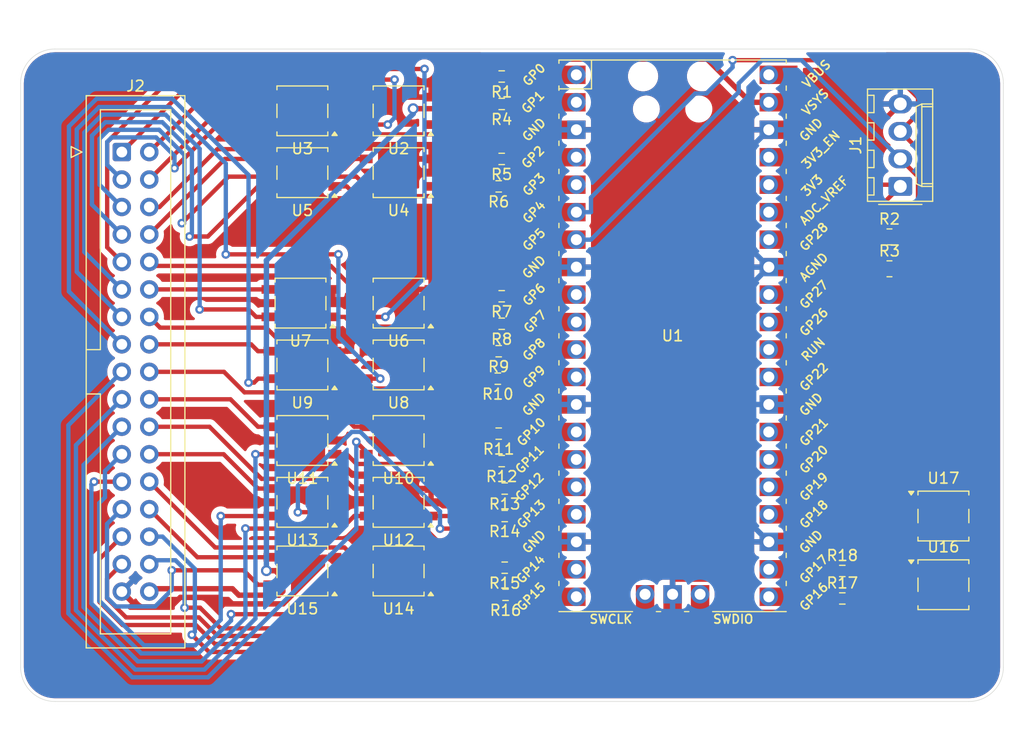
<source format=kicad_pcb>
(kicad_pcb (version 20240108) (generator "pcbnew") (generator_version "8.0")
  (layers (0 "F.Cu" signal) (31 "B.Cu" signal) (34 "B.Paste" user) (35 "F.Paste" user) (36 "B.SilkS" user "B.Silkscreen") (37 "F.SilkS" user "F.Silkscreen") (38 "B.Mask" user) (39 "F.Mask" user) (44 "Edge.Cuts" user))
  (net 0 "")
  (net 1 "SCL")
  (net 2 "GND")
  (net 3 "SDA")
  (net 4 "+3.3V")
  (net 5 "BTN_15B")
  (net 6 "BTN_2B")
  (net 9 "BTN_7A")
  (net 10 "BTN_12B")
  (net 11 "BTN_13B")
  (net 12 "BTN_14B")
  (net 13 "BTN_3B")
  (net 14 "BTN_12A")
  (net 17 "BTN_9B")
  (net 19 "BTN_5A")
  (net 22 "BTN_4B")
  (net 25 "BTN_4A")
  (net 26 "BTN_7B")
  (net 27 "BTN_3A")
  (net 28 "BTN_11B")
  (net 29 "BTN_10A")
  (net 30 "BTN_13A")
  (net 31 "BTN_5B")
  (net 35 "BTN_2A")
  (net 36 "BTN_10B")
  (net 37 "+5V")
  (net 38 "BTN_1B")
  (net 41 "BTN_16A")
  (net 42 "BTN_1A")
  (net 43 "BTN_16B")
  (net 44 "BTN_6B")
  (net 45 "BTN_8A")
  (net 46 "BTN_8B")
  (net 47 "BTN_15A")
  (net 48 "BTN_14A")
  (net 49 "BTN_9A")
  (net 50 "BTN_6A")
  (net 51 "BTN_11A")
  (net 52 "Net-(R1-Pad2)")
  (net 53 "BTN_1")
  (net 54 "BTN_2")
  (net 55 "Net-(R4-Pad2)")
  (net 56 "BTN_3")
  (net 57 "Net-(R5-Pad2)")
  (net 58 "Net-(R6-Pad2)")
  (net 59 "BTN_4")
  (net 60 "Net-(R7-Pad2)")
  (net 61 "BTN_5")
  (net 62 "Net-(R8-Pad2)")
  (net 63 "BTN_6")
  (net 64 "Net-(R9-Pad2)")
  (net 65 "BTN_7")
  (net 66 "Net-(R10-Pad2)")
  (net 67 "BTN_8")
  (net 68 "Net-(R11-Pad2)")
  (net 69 "BTN_9")
  (net 70 "BTN_10")
  (net 71 "Net-(R12-Pad2)")
  (net 72 "Net-(R13-Pad2)")
  (net 73 "BTN_11")
  (net 74 "BTN_12")
  (net 75 "Net-(R14-Pad2)")
  (net 76 "Net-(R15-Pad2)")
  (net 77 "BTN_13")
  (net 78 "Net-(R16-Pad2)")
  (net 79 "BTN_14")
  (net 80 "BTN_15")
  (net 81 "Net-(R17-Pad2)")
  (net 82 "Net-(R18-Pad2)")
  (net 83 "BTN_16")
  (footprint "Package_SO:SO-4_4.4x4.3mm_P2.54mm" (layer "F.Cu") (at 74.295 52.07 180)
    (property "Reference" "U2")
    (property "Value" "VO1400AEF")
  )
  (footprint "Connector_Molex:Molex_KK-254_AE-6410-04A_1x04_P2.54mm_Vertical" (layer "F.Cu") (at 120.65 59.055 90)
    (property "Reference" "J1")
    (property "Value" "Wii_Classic_Controller")
  )
  (footprint "Package_SO:SO-4_4.4x4.3mm_P2.54mm" (layer "F.Cu") (at 65.405 82.55 180)
    (property "Reference" "U11")
    (property "Value" "VO1400AEF")
  )
  (footprint "Package_SO:SO-4_4.4x4.3mm_P2.54mm" (layer "F.Cu") (at 65.405 52.07 180)
    (property "Reference" "U3")
    (property "Value" "VO1400AEF")
  )
  (footprint "Connector_IDC:IDC-Header_2x17_P2.54mm_Vertical" (layer "F.Cu") (at 48.72 55.88)
    (property "Reference" "J2")
    (property "Value" "Conn_02x17_Odd_Even")
  )
  (footprint "Resistor_SMD:R_0603_1608Metric_Pad0.98x0.95mm_HandSolder" (layer "F.Cu") (at 83.82 69.215 180)
    (property "Reference" "R7")
    (property "Value" "390R")
  )
  (footprint "Package_SO:SO-4_4.4x4.3mm_P2.54mm" (layer "F.Cu") (at 65.23 69.85 180)
    (property "Reference" "U7")
    (property "Value" "VO1400AEF")
  )
  (footprint "RPi_Pico:RPi_Pico_SMD_TH" (layer "F.Cu") (at 99.61 72.87)
    (property "Reference" "U1")
    (property "Value" "~")
  )
  (footprint "Resistor_SMD:R_0603_1608Metric_Pad0.98x0.95mm_HandSolder" (layer "F.Cu") (at 84.0975 94.31 180)
    (property "Reference" "R15")
    (property "Value" "390R")
  )
  (footprint "Resistor_SMD:R_0603_1608Metric_Pad0.98x0.95mm_HandSolder" (layer "F.Cu") (at 84.0975 86.995 180)
    (property "Reference" "R13")
    (property "Value" "390R")
  )
  (footprint "Resistor_SMD:R_0603_1608Metric_Pad0.98x0.95mm_HandSolder" (layer "F.Cu") (at 83.5425 74.295 180)
    (property "Reference" "R9")
    (property "Value" "390R")
  )
  (footprint "Resistor_SMD:R_0603_1608Metric_Pad0.98x0.95mm_HandSolder" (layer "F.Cu") (at 115.2925 97.155)
    (property "Reference" "R17")
    (property "Value" "390R")
  )
  (footprint "Package_SO:SO-4_4.4x4.3mm_P2.54mm" (layer "F.Cu") (at 74.295 94.615 180)
    (property "Reference" "U14")
    (property "Value" "VO1400AEF")
  )
  (footprint "Resistor_SMD:R_0603_1608Metric_Pad0.98x0.95mm_HandSolder" (layer "F.Cu") (at 83.82 48.895 180)
    (property "Reference" "R1")
    (property "Value" "390R")
  )
  (footprint "Resistor_SMD:R_0603_1608Metric_Pad0.98x0.95mm_HandSolder" (layer "F.Cu") (at 115.2925 94.615)
    (property "Reference" "R18")
    (property "Value" "390R")
  )
  (footprint "Package_SO:SO-4_4.4x4.3mm_P2.54mm" (layer "F.Cu") (at 74.295 88.265 180)
    (property "Reference" "U12")
    (property "Value" "VO1400AEF")
  )
  (footprint "Package_SO:SO-4_4.4x4.3mm_P2.54mm" (layer "F.Cu") (at 74.295 69.85 180)
    (property "Reference" "U6")
    (property "Value" "VO1400AEF")
  )
  (footprint "Resistor_SMD:R_0603_1608Metric_Pad0.98x0.95mm_HandSolder" (layer "F.Cu") (at 83.82 56.515 180)
    (property "Reference" "R5")
    (property "Value" "390R")
  )
  (footprint "Package_SO:SO-4_4.4x4.3mm_P2.54mm" (layer "F.Cu") (at 74.295 82.55 180)
    (property "Reference" "U10")
    (property "Value" "VO1400AEF")
  )
  (footprint "Resistor_SMD:R_0603_1608Metric_Pad0.98x0.95mm_HandSolder" (layer "F.Cu") (at 83.82 51.435 180)
    (property "Reference" "R4")
    (property "Value" "390R")
  )
  (footprint "Package_SO:SO-4_4.4x4.3mm_P2.54mm" (layer "F.Cu") (at 124.635 89.535)
    (property "Reference" "U17")
    (property "Value" "VO1400AEF")
  )
  (footprint "Resistor_SMD:R_0603_1608Metric_Pad0.98x0.95mm_HandSolder" (layer "F.Cu") (at 83.82 71.755 180)
    (property "Reference" "R8")
    (property "Value" "390R")
  )
  (footprint "Resistor_SMD:R_0603_1608Metric_Pad0.98x0.95mm_HandSolder" (layer "F.Cu") (at 84.0975 89.535 180)
    (property "Reference" "R14")
    (property "Value" "390R")
  )
  (footprint "Package_SO:SO-4_4.4x4.3mm_P2.54mm" (layer "F.Cu") (at 65.405 57.785 180)
    (property "Reference" "U5")
    (property "Value" "VO1400AEF")
  )
  (footprint "Package_SO:SO-4_4.4x4.3mm_P2.54mm" (layer "F.Cu") (at 74.295 75.565 180)
    (property "Reference" "U8")
    (property "Value" "VO1400AEF")
  )
  (footprint "Resistor_SMD:R_0603_1608Metric_Pad0.98x0.95mm_HandSolder" (layer "F.Cu") (at 84.1775 96.82 180)
    (property "Reference" "R16")
    (property "Value" "390R")
  )
  (footprint "Resistor_SMD:R_0805_2012Metric_Pad1.20x1.40mm_HandSolder" (layer "F.Cu") (at 119.65 63.725)
    (property "Reference" "R2")
    (property "Value" "4.7kR")
  )
  (footprint "Package_SO:SO-4_4.4x4.3mm_P2.54mm" (layer "F.Cu") (at 74.295 57.785 180)
    (property "Reference" "U4")
    (property "Value" "VO1400AEF")
  )
  (footprint "Resistor_SMD:R_0603_1608Metric_Pad0.98x0.95mm_HandSolder" (layer "F.Cu") (at 83.5425 59.055 180)
    (property "Reference" "R6")
    (property "Value" "390R")
  )
  (footprint "Package_SO:SO-4_4.4x4.3mm_P2.54mm" (layer "F.Cu") (at 124.635 95.885)
    (property "Reference" "U16")
    (property "Value" "VO1400AEF")
  )
  (footprint "Resistor_SMD:R_0603_1608Metric_Pad0.98x0.95mm_HandSolder" (layer "F.Cu") (at 83.4625 76.835 180)
    (property "Reference" "R10")
    (property "Value" "390R")
  )
  (footprint "Resistor_SMD:R_0805_2012Metric_Pad1.20x1.40mm_HandSolder" (layer "F.Cu") (at 119.65 66.675)
    (property "Reference" "R3")
    (property "Value" "4.7kR")
  )
  (footprint "Resistor_SMD:R_0603_1608Metric_Pad0.98x0.95mm_HandSolder" (layer "F.Cu") (at 83.5425 81.915 180)
    (property "Reference" "R11")
    (property "Value" "390R")
  )
  (footprint "Resistor_SMD:R_0603_1608Metric_Pad0.98x0.95mm_HandSolder" (layer "F.Cu") (at 83.82 84.455 180)
    (property "Reference" "R12")
    (property "Value" "390R")
  )
  (footprint "Package_SO:SO-4_4.4x4.3mm_P2.54mm" (layer "F.Cu") (at 65.405 75.565 180)
    (property "Reference" "U9")
    (property "Value" "VO1400AEF")
  )
  (footprint "Package_SO:SO-4_4.4x4.3mm_P2.54mm" (layer "F.Cu") (at 65.405 88.265 180)
    (property "Reference" "U13")
    (property "Value" "VO1400AEF")
  )
  (footprint "Package_SO:SO-4_4.4x4.3mm_P2.54mm" (layer "F.Cu") (at 65.405 94.615 180)
    (property "Reference" "U15")
    (property "Value" "VO1400AEF")
  )
  (gr_line (start 130.175 49.53) (end 130.175 103.505) (stroke (width 0.05)) (layer "Edge.Cuts"))
  (gr_arc (start 127 46.355) (mid 129.245064 47.284936) (end 130.175 49.53) (stroke (width 0.05)) (layer "Edge.Cuts"))
  (gr_arc (start 130.175 103.505) (mid 129.245064 105.750064) (end 127 106.68) (stroke (width 0.05)) (layer "Edge.Cuts"))
  (gr_line (start 39.37 103.505) (end 39.37 49.53) (stroke (width 0.05)) (layer "Edge.Cuts"))
  (gr_arc (start 42.545 106.68) (mid 40.299936 105.750064) (end 39.37 103.505) (stroke (width 0.05)) (layer "Edge.Cuts"))
  (gr_arc (start 39.37 49.53) (mid 40.299936 47.284936) (end 42.545 46.355) (stroke (width 0.05)) (layer "Edge.Cuts"))
  (gr_line (start 127 106.68) (end 42.545 106.68) (stroke (width 0.05)) (layer "Edge.Cuts"))
  (gr_line (start 42.545 46.355) (end 127 46.355) (stroke (width 0.05)) (layer "Edge.Cuts"))
  (segment (start 122.2843 58.1493) (end 120.65 56.515) (width 0.4) (layer "F.Cu") (net 1))
  (segment (start 120.65 63.725) (end 122.2843 62.0907) (width 0.4) (layer "F.Cu") (net 1))
  (segment (start 122.2843 62.0907) (end 122.2843 58.1493) (width 0.4) (layer "F.Cu") (net 1))
  (segment (start 105.7204 50.3313) (end 105.7204 49.5296) (width 0.4) (layer "B.Cu") (net 1))
  (segment (start 111.5179 47.3829) (end 120.65 56.515) (width 0.4) (layer "B.Cu") (net 1))
  (segment (start 92.0717 63.98) (end 105.7204 50.3313) (width 0.4) (layer "B.Cu") (net 1))
  (segment (start 90.72 63.98) (end 92.0717 63.98) (width 0.4) (layer "B.Cu") (net 1))
  (segment (start 105.7204 49.5296) (end 107.8671 47.3829) (width 0.4) (layer "B.Cu") (net 1))
  (segment (start 107.8671 47.3829) (end 111.5179 47.3829) (width 0.4) (layer "B.Cu") (net 1))
  (segment (start 69.3567 87.9467) (end 75.1916 87.9467) (width 0.5) (layer "F.Cu") (net 2))
  (segment (start 78.4467 91.92) (end 77.8955 91.92) (width 0.5) (layer "F.Cu") (net 2))
  (segment (start 90.72 53.82) (end 81.1417 53.82) (width 0.5) (layer "F.Cu") (net 2))
  (segment (start 54.1225 97.0583) (end 53.241 97.9398) (width 0.5) (layer "F.Cu") (net 2))
  (segment (start 77.8709 68.58) (end 77.295 68.58) (width 0.5) (layer "F.Cu") (net 2))
  (segment (start 81.1417 53.82) (end 78.4467 56.515) (width 0.5) (layer "F.Cu") (net 2))
  (segment (start 68.405 50.8) (end 67.2533 50.8) (width 0.5) (layer "F.Cu") (net 2))
  (segment (start 57.7216 97.0583) (end 54.1225 97.0583) (width 0.5) (layer "F.Cu") (net 2))
  (segment (start 108.5 66.52) (end 90.72 66.52) (width 0.5) (layer "F.Cu") (net 2))
  (segment (start 75.1916 73.3433) (end 76.1433 74.295) (width 0.5) (layer "F.Cu") (net 2))
  (segment (start 104.3734 95.3683) (end 99.61 95.3683) (width 0.5) (layer "F.Cu") (net 2))
  (segment (start 77.295 93.345) (end 78.4467 93.345) (width 0.5) (layer "F.Cu") (net 2))
  (segment (start 67.0783 71.751) (end 68.6706 73.3433) (width 0.5) (layer "F.Cu") (net 2))
  (segment (start 67.2533 55.5102) (end 67.2533 51.7525) (width 0.5) (layer "F.Cu") (net 2))
  (segment (start 108.5 91.92) (end 111.7017 91.92) (width 0.5) (layer "F.Cu") (net 2))
  (segment (start 90.72 66.52) (end 80.5067 66.52) (width 0.5) (layer "F.Cu") (net 2))
  (segment (start 77.8709 68.58) (end 78.4467 68.58) (width 0.5) (layer "F.Cu") (net 2))
  (segment (start 77.295 74.295) (end 76.1433 74.295) (width 0.5) (layer "F.Cu") (net 2))
  (segment (start 99.61 95.3683) (end 99.61 91.92) (width 0.5) (layer "F.Cu") (net 2))
  (segment (start 68.6706 73.3433) (end 69.5567 73.3433) (width 0.5) (layer "F.Cu") (net 2))
  (segment (start 67.2533 51.7525) (end 73.7245 51.7525) (width 0.5) (layer "F.Cu") (net 2))
  (segment (start 120.65 51.435) (end 118.265 53.82) (width 0.5) (layer "F.Cu") (net 2))
  (segment (start 80.5067 79.22) (end 90.72 79.22) (width 0.5) (layer "F.Cu") (net 2))
  (segment (start 75.1385 55.5102) (end 76.1433 56.515) (width 0.5) (layer "F.Cu") (net 2))
  (segment (start 67.2533 81.28) (end 67.2533 84.4665) (width 0.5) (layer "F.Cu") (net 2))
  (segment (start 68.405 81.28) (end 67.2533 81.28) (width 0.5) (layer "F.Cu") (net 2))
  (segment (start 74.9018 85.7535) (end 76.1433 86.995) (width 0.5) (layer "F.Cu") (net 2))
  (segment (start 69.033 84.7736) (end 70.0129 85.7535) (width 0.5) (layer "F.Cu") (net 2))
  (segment (start 67.2533 55.5102) (end 75.1385 55.5102) (width 0.5) (layer "F.Cu") (net 2))
  (segment (start 108.5 53.82) (end 90.72 53.82) (width 0.5) (layer "F.Cu") (net 2))
  (segment (start 112.8167 90.805) (end 111.7017 91.92) (width 0.5) (layer "F.Cu") (net 2))
  (segment (start 67.8292 93.345) (end 67.2533 93.345) (width 0.5) (layer "F.Cu") (net 2))
  (segment (start 69.5567 73.3433) (end 69.5567 74.295) (width 0.5) (layer "F.Cu") (net 2))
  (segment (start 99.61 96.77) (end 99.61 95.3683) (width 0.5) (layer "F.Cu") (net 2))
  (segment (start 76.1433 68.58) (end 75.1916 69.5317) (width 0.5) (layer "F.Cu") (net 2))
  (segment (start 67.2533 56.515) (end 67.2533 55.5102) (width 0.5) (layer "F.Cu") (net 2))
  (segment (start 80.5067 66.52) (end 78.4467 68.58) (width 0.5) (layer "F.Cu") (net 2))
  (segment (start 67.2533 84.4665) (end 67.5604 84.7736) (width 0.5) (layer "F.Cu") (net 2))
  (segment (start 77.295 56.515) (end 78.4467 56.515) (width 0.5) (layer "F.Cu") (net 2))
  (segment (start 67.2533 94.0249) (end 63.6226 97.6556) (width 0.5) (layer "F.Cu") (net 2))
  (segment (start 50.1398 97.9398) (end 48.72 96.52) (width 0.5) (layer "F.Cu") (net 2))
  (segment (start 68.23 68.58) (end 67.0783 68.58) (width 0.5) (layer "F.Cu") (net 2))
  (segment (start 75.1916 87.9467) (end 76.1433 86.995) (width 0.5) (layer "F.Cu") (net 2))
  (segment (start 120.4833 97.155) (end 119.1931 98.4452) (width 0.5) (layer "F.Cu") (net 2))
  (segment (start 121.635 90.805) (end 112.8167 90.805) (width 0.5) (layer "F.Cu") (net 2))
  (segment (start 90.72 91.92) (end 78.4467 91.92) (width 0.5) (layer "F.Cu") (net 2))
  (segment (start 70.3067 94.2316) (end 68.7158 94.2316) (width 0.5) (layer "F.Cu") (net 2))
  (segment (start 75.1916 69.5317) (end 67.0783 69.5317) (width 0.5) (layer "F.Cu") (net 2))
  (segment (start 119.1931 98.4452) (end 107.4503 98.4452) (width 0.5) (layer "F.Cu") (net 2))
  (segment (start 78.4467 81.28) (end 80.5067 79.22) (width 0.5) (layer "F.Cu") (net 2))
  (segment (start 67.0783 68.58) (end 67.0783 69.5317) (width 0.5) (layer "F.Cu") (net 2))
  (segment (start 68.405 56.515) (end 67.2533 56.515) (width 0.5) (layer "F.Cu") (net 2))
  (segment (start 108.5 91.92) (end 107.7992 91.92) (width 0.5) (layer "F.Cu") (net 2))
  (segment (start 68.7158 94.2316) (end 67.8292 93.345) (width 0.5) (layer "F.Cu") (net 2))
  (segment (start 68.405 74.295) (end 69.5567 74.295) (width 0.5) (layer "F.Cu") (net 2))
  (segment (start 68.405 86.995) (end 69.3567 87.9467) (width 0.5) (layer "F.Cu") (net 2))
  (segment (start 77.295 93.345) (end 76.1433 93.345) (width 0.5) (layer "F.Cu") (net 2))
  (segment (start 78.4467 93.345) (end 78.4467 91.92) (width 0.5) (layer "F.Cu") (net 2))
  (segment (start 67.2533 51.7525) (end 67.2533 50.8) (width 0.5) (layer "F.Cu") (net 2))
  (segment (start 107.4503 98.4452) (end 104.3734 95.3683) (width 0.5) (layer "F.Cu") (net 2))
  (segment (start 70.3718 94.2967) (end 70.3067 94.2316) (width 0.5) (layer "F.Cu") (net 2))
  (segment (start 69.5567 73.3433) (end 75.1916 73.3433) (width 0.5) (layer "F.Cu") (net 2))
  (segment (start 118.265 53.82) (end 108.5 53.82) (width 0.5) (layer "F.Cu") (net 2))
  (segment (start 108.5 79.22) (end 90.72 79.22) (width 0.5) (layer "F.Cu") (net 2))
  (segment (start 67.0783 69.5317) (end 67.0783 71.751) (width 0.5) (layer "F.Cu") (net 2))
  (segment (start 67.5604 84.7736) (end 69.033 84.7736) (width 0.5) (layer "F.Cu") (net 2))
  (segment (start 68.405 93.345) (end 67.8292 93.345) (width 0.5) (layer "F.Cu") (net 2))
  (segment (start 75.1916 89.2161) (end 75.1916 87.9467) (width 0.5) (layer "F.Cu") (net 2))
  (segment (start 67.2533 93.345) (end 67.2533 94.0249) (width 0.5) (layer "F.Cu") (net 2))
  (segment (start 70.0129 85.7535) (end 74.9018 85.7535) (width 0.5) (layer "F.Cu") (net 2))
  (segment (start 121.635 97.155) (end 120.4833 97.155) (width 0.5) (layer "F.Cu") (net 2))
  (segment (start 58.3189 97.6556) (end 57.7216 97.0583) (width 0.5) (layer "F.Cu") (net 2))
  (segment (start 107.7992 91.92) (end 99.61 91.92) (width 0.5) (layer "F.Cu") (net 2))
  (segment (start 77.295 86.995) (end 76.1433 86.995) (width 0.5) (layer "F.Cu") (net 2))
  (segment (start 75.1916 94.2967) (end 70.3718 94.2967) (width 0.5) (layer "F.Cu") (net 2))
  (segment (start 99.61 91.92) (end 90.72 91.92) (width 0.5) (layer "F.Cu") (net 2))
  (segment (start 73.7245 51.7525) (end 74.677 50.8) (width 0.5) (layer "F.Cu") (net 2))
  (segment (start 53.241 97.9398) (end 50.1398 97.9398) (width 0.5) (layer "F.Cu") (net 2))
  (segment (start 77.295 56.515) (end 76.1433 56.515) (width 0.5) (layer "F.Cu") (net 2))
  (segment (start 76.1433 93.345) (end 75.1916 94.2967) (width 0.5) (layer "F.Cu") (net 2))
  (segment (start 63.6226 97.6556) (end 58.3189 97.6556) (width 0.5) (layer "F.Cu") (net 2))
  (segment (start 74.677 50.8) (end 77.295 50.8) (width 0.5) (layer "F.Cu") (net 2))
  (segment (start 77.8955 91.92) (end 75.1916 89.2161) (width 0.5) (layer "F.Cu") (net 2))
  (segment (start 77.295 68.58) (end 76.1433 68.58) (width 0.5) (layer "F.Cu") (net 2))
  (segment (start 77.295 81.28) (end 78.4467 81.28) (width 0.5) (layer "F.Cu") (net 2))
  (segment (start 107.0983 79.22) (end 107.0983 90.5183) (width 0.5) (layer "B.Cu") (net 2))
  (segment (start 107.0983 67.9217) (end 107.0983 79.22) (width 0.5) (layer "B.Cu") (net 2))
  (segment (start 107.0983 90.5183) (end 108.5 91.92) (width 0.5) (layer "B.Cu") (net 2))
  (segment (start 107.0658 65.0858) (end 108.5 66.52) (width 0.5) (layer "B.Cu") (net 2))
  (segment (start 108.5 53.82) (end 107.0658 55.2542) (width 0.5) (layer "B.Cu") (net 2))
  (segment (start 108.5 66.52) (end 107.0983 67.9217) (width 0.5) (layer "B.Cu") (net 2))
  (segment (start 107.0658 55.2542) (end 107.0658 65.0858) (width 0.5) (layer "B.Cu") (net 2))
  (segment (start 108.5 79.22) (end 107.0983 79.22) (width 0.5) (layer "B.Cu") (net 2))
  (segment (start 105.1531 47.3883) (end 118.8098 47.3883) (width 0.4) (layer "F.Cu") (net 3))
  (segment (start 122.2841 52.3409) (end 120.65 53.975) (width 0.4) (layer "F.Cu") (net 3))
  (segment (start 118.8098 47.3883) (end 122.2841 50.8626) (width 0.4) (layer "F.Cu") (net 3))
  (segment (start 122.986 56.311) (end 120.65 53.975) (width 0.4) (layer "F.Cu") (net 3))
  (segment (start 120.65 66.675) (end 122.986 64.339) (width 0.4) (layer "F.Cu") (net 3))
  (segment (start 122.986 64.339) (end 122.986 56.311) (width 0.4) (layer "F.Cu") (net 3))
  (segment (start 122.2841 50.8626) (end 122.2841 52.3409) (width 0.4) (layer "F.Cu") (net 3))
  (via (at 105.1531 47.3883) (size 0.8) (drill 0.4) (layers "F.Cu" "B.Cu") (net 3))
  (segment (start 92.0717 60.0883) (end 101.7 50.46) (width 0.4) (layer "B.Cu") (net 3))
  (segment (start 102.7392 50.46) (end 105.1531 48.0461) (width 0.4) (layer "B.Cu") (net 3))
  (segment (start 92.0717 61.44) (end 92.0717 60.0883) (width 0.4) (layer "B.Cu") (net 3))
  (segment (start 105.1531 48.0461) (end 105.1531 47.3883) (width 0.4) (layer "B.Cu") (net 3))
  (segment (start 101.7 50.46) (end 102.7392 50.46) (width 0.4) (layer "B.Cu") (net 3))
  (segment (start 90.72 61.44) (end 92.0717 61.44) (width 0.4) (layer "B.Cu") (net 3))
  (segment (start 118.65 66.675) (end 118.65 63.725) (width 0.4) (layer "F.Cu") (net 4))
  (segment (start 120.495 58.9) (end 120.65 59.055) (width 0.4) (layer "F.Cu") (net 4))
  (segment (start 108.5 58.9) (end 120.495 58.9) (width 0.4) (layer "F.Cu") (net 4))
  (segment (start 118.65 63.725) (end 118.65 61.055) (width 0.4) (layer "F.Cu") (net 4))
  (segment (start 118.65 61.055) (end 120.65 59.055) (width 0.4) (layer "F.Cu") (net 4))
  (segment (start 121.5824 102.1059) (end 56.7849 102.1059) (width 0.4) (layer "F.Cu") (net 5))
  (segment (start 56.7849 102.1059) (end 55.1942 100.5152) (width 0.4) (layer "F.Cu") (net 5))
  (segment (start 126.5333 97.155) (end 121.5824 102.1059) (width 0.4) (layer "F.Cu") (net 5))
  (segment (start 127.635 97.155) (end 126.5333 97.155) (width 0.4) (layer "F.Cu") (net 5))
  (via (at 55.1942 100.5152) (size 0.8) (drill 0.4) (layers "F.Cu" "B.Cu") (net 5))
  (segment (start 52.4873 91.44) (end 55.4694 94.4221) (width 0.4) (layer "B.Cu") (net 5))
  (segment (start 55.4694 100.24) (end 55.1942 100.5152) (width 0.4) (layer "B.Cu") (net 5))
  (segment (start 51.26 91.44) (end 52.4873 91.44) (width 0.4) (layer "B.Cu") (net 5))
  (segment (start 55.4694 94.4221) (end 55.4694 100.24) (width 0.4) (layer "B.Cu") (net 5))
  (segment (start 51.26 58.42) (end 58.88 50.8) (width 0.4) (layer "F.Cu") (net 6))
  (segment (start 62.405 50.8) (end 61.3033 50.8) (width 0.4) (layer "F.Cu") (net 6))
  (segment (start 58.88 50.8) (end 61.3033 50.8) (width 0.4) (layer "F.Cu") (net 6))
  (segment (start 68.7304 65.3398) (end 58.3289 65.3398) (width 0.4) (layer "F.Cu") (net 9))
  (segment (start 71.295 76.835) (end 72.3967 76.835) (width 0.4) (layer "F.Cu") (net 9))
  (segment (start 72.3967 76.835) (end 72.597 76.835) (width 0.4) (layer "F.Cu") (net 9))
  (via (at 58.3289 65.3398) (size 0.8) (drill 0.4) (layers "F.Cu" "B.Cu") (net 9))
  (via (at 72.597 76.835) (size 0.8) (drill 0.4) (layers "F.Cu" "B.Cu") (net 9))
  (via (at 68.7304 65.3398) (size 0.8) (drill 0.4) (layers "F.Cu" "B.Cu") (net 9))
  (segment (start 58.3289 56.9394) (end 58.3289 65.3398) (width 0.4) (layer "B.Cu") (net 9))
  (segment (start 44.558 53.7828) (end 46.6233 51.7175) (width 0.4) (layer "B.Cu") (net 9))
  (segment (start 68.7304 72.9684) (end 68.7304 65.3398) (width 0.4) (layer "B.Cu") (net 9))
  (segment (start 48.72 71.12) (end 44.558 66.958) (width 0.4) (layer "B.Cu") (net 9))
  (segment (start 46.6233 51.7175) (end 53.107 51.7175) (width 0.4) (layer "B.Cu") (net 9))
  (segment (start 53.107 51.7175) (end 58.3289 56.9394) (width 0.4) (layer "B.Cu") (net 9))
  (segment (start 72.597 76.835) (end 68.7304 72.9684) (width 0.4) (layer "B.Cu") (net 9))
  (segment (start 44.558 66.958) (end 44.558 53.7828) (width 0.4) (layer "B.Cu") (net 9))
  (segment (start 58.1283 83.82) (end 61.3033 86.995) (width 0.4) (layer "F.Cu") (net 10))
  (segment (start 51.26 83.82) (end 58.1283 83.82) (width 0.4) (layer "F.Cu") (net 10))
  (segment (start 62.405 86.995) (end 61.3033 86.995) (width 0.4) (layer "F.Cu") (net 10))
  (segment (start 51.26 86.36) (end 57.3433 92.4433) (width 0.4) (layer "F.Cu") (net 11))
  (segment (start 69.2916 92.4433) (end 70.1933 93.345) (width 0.4) (layer "F.Cu") (net 11))
  (segment (start 71.295 93.345) (end 70.1933 93.345) (width 0.4) (layer "F.Cu") (net 11))
  (segment (start 57.3433 92.4433) (end 69.2916 92.4433) (width 0.4) (layer "F.Cu") (net 11))
  (segment (start 51.26 88.9) (end 55.705 93.345) (width 0.4) (layer "F.Cu") (net 12))
  (segment (start 55.705 93.345) (end 62.405 93.345) (width 0.4) (layer "F.Cu") (net 12))
  (segment (start 70.1933 56.515) (end 69.2916 57.4167) (width 0.4) (layer "F.Cu") (net 13))
  (segment (start 52.2048 60.96) (end 51.26 60.96) (width 0.4) (layer "F.Cu") (net 13))
  (segment (start 57.5515 55.6133) (end 52.2048 60.96) (width 0.4) (layer "F.Cu") (net 13))
  (segment (start 64.1275 55.6133) (end 57.5515 55.6133) (width 0.4) (layer "F.Cu") (net 13))
  (segment (start 65.9309 57.4167) (end 64.1275 55.6133) (width 0.4) (layer "F.Cu") (net 13))
  (segment (start 69.2916 57.4167) (end 65.9309 57.4167) (width 0.4) (layer "F.Cu") (net 13))
  (segment (start 71.295 56.515) (end 70.1933 56.515) (width 0.4) (layer "F.Cu") (net 13))
  (segment (start 62.405 89.535) (end 61.3033 89.535) (width 0.4) (layer "F.Cu") (net 14))
  (segment (start 61.3033 89.535) (end 61.2981 89.5402) (width 0.4) (layer "F.Cu") (net 14))
  (segment (start 61.2981 89.5402) (end 57.8589 89.5402) (width 0.4) (layer "F.Cu") (net 14))
  (via (at 57.8589 89.5402) (size 0.8) (drill 0.4) (layers "F.Cu" "B.Cu") (net 14))
  (segment (start 47.1624 87.8012) (end 46.6342 88.3294) (width 0.4) (layer "B.Cu") (net 14))
  (segment (start 46.6342 88.3294) (end 46.6342 97.3597) (width 0.4) (layer "B.Cu") (net 14))
  (segment (start 46.6342 97.3597) (end 50.7613 101.4868) (width 0.4) (layer "B.Cu") (net 14))
  (segment (start 47.1624 85.3776) (end 47.1624 87.8012) (width 0.4) (layer "B.Cu") (net 14))
  (segment (start 55.498 101.4868) (end 57.8589 99.1259) (width 0.4) (layer "B.Cu") (net 14))
  (segment (start 57.8589 99.1259) (end 57.8589 89.5402) (width 0.4) (layer "B.Cu") (net 14))
  (segment (start 50.7613 101.4868) (end 55.498 101.4868) (width 0.4) (layer "B.Cu") (net 14))
  (segment (start 48.72 83.82) (end 47.1624 85.3776) (width 0.4) (layer "B.Cu") (net 14))
  (segment (start 51.26 76.2) (end 58.1579 76.2) (width 0.4) (layer "F.Cu") (net 17))
  (segment (start 71.295 81.28) (end 70.1933 81.28) (width 0.4) (layer "F.Cu") (net 17))
  (segment (start 60.0561 78.0982) (end 67.0115 78.0982) (width 0.4) (layer "F.Cu") (net 17))
  (segment (start 67.0115 78.0982) (end 70.1933 81.28) (width 0.4) (layer "F.Cu") (net 17))
  (segment (start 58.1579 76.2) (end 60.0561 78.0982) (width 0.4) (layer "F.Cu") (net 17))
  (segment (start 47.3673 64.6873) (end 48.72 66.04) (width 0.4) (layer "F.Cu") (net 19))
  (segment (start 71.295 71.12) (end 73.0698 71.12) (width 0.4) (layer "F.Cu") (net 19))
  (segment (start 76.6839 48.2007) (end 54.1307 48.2007) (width 0.4) (layer "F.Cu") (net 19))
  (segment (start 54.1307 48.2007) (end 47.3673 54.9641) (width 0.4) (layer "F.Cu") (net 19))
  (segment (start 47.3673 54.9641) (end 47.3673 64.6873) (width 0.4) (layer "F.Cu") (net 19))
  (via (at 76.6839 48.2007) (size 0.8) (drill 0.4) (layers "F.Cu" "B.Cu") (net 19))
  (via (at 73.0698 71.12) (size 0.8) (drill 0.4) (layers "F.Cu" "B.Cu") (net 19))
  (segment (start 76.6839 67.5059) (end 76.6839 48.2007) (width 0.4) (layer "B.Cu") (net 19))
  (segment (start 73.0698 71.12) (end 76.6839 67.5059) (width 0.4) (layer "B.Cu") (net 19))
  (segment (start 62.405 56.515) (end 61.3033 56.515) (width 0.4) (layer "F.Cu") (net 22))
  (segment (start 61.3033 56.515) (end 58.245 56.515) (width 0.4) (layer "F.Cu") (net 22))
  (segment (start 58.245 56.515) (end 51.26 63.5) (width 0.4) (layer "F.Cu") (net 22))
  (segment (start 61.3033 59.055) (end 56.6698 63.6885) (width 0.4) (layer "F.Cu") (net 25))
  (segment (start 62.405 59.055) (end 61.3033 59.055) (width 0.4) (layer "F.Cu") (net 25))
  (segment (start 56.6698 63.6885) (end 54.9744 63.6885) (width 0.4) (layer "F.Cu") (net 25))
  (via (at 54.9744 63.6885) (size 0.8) (drill 0.4) (layers "F.Cu" "B.Cu") (net 25))
  (segment (start 48.72 63.5) (end 45.9614 60.7414) (width 0.4) (layer "B.Cu") (net 25))
  (segment (start 45.9614 54.364) (end 47.203 53.1224) (width 0.4) (layer "B.Cu") (net 25))
  (segment (start 55.1977 63.4652) (end 54.9744 63.6885) (width 0.4) (layer "B.Cu") (net 25))
  (segment (start 52.4645 53.1224) (end 55.1977 55.8556) (width 0.4) (layer "B.Cu") (net 25))
  (segment (start 55.1977 55.8556) (end 55.1977 63.4652) (width 0.4) (layer "B.Cu") (net 25))
  (segment (start 45.9614 60.7414) (end 45.9614 54.364) (width 0.4) (layer "B.Cu") (net 25))
  (segment (start 47.203 53.1224) (end 52.4645 53.1224) (width 0.4) (layer "B.Cu") (net 25))
  (segment (start 65.1787 75.2381) (end 70.3519 75.2381) (width 0.4) (layer "F.Cu") (net 26))
  (segment (start 52.2575 72.1175) (end 62.0581 72.1175) (width 0.4) (layer "F.Cu") (net 26))
  (segment (start 70.3519 75.2381) (end 71.295 74.295) (width 0.4) (layer "F.Cu") (net 26))
  (segment (start 62.0581 72.1175) (end 65.1787 75.2381) (width 0.4) (layer "F.Cu") (net 26))
  (segment (start 51.26 71.12) (end 52.2575 72.1175) (width 0.4) (layer "F.Cu") (net 26))
  (segment (start 71.295 59.055) (end 70.3933 58.1533) (width 0.4) (layer "F.Cu") (net 27))
  (segment (start 70.3933 58.1533) (end 58.5687 58.1533) (width 0.4) (layer "F.Cu") (net 27))
  (segment (start 58.5687 58.1533) (end 54.2676 62.4544) (width 0.4) (layer "F.Cu") (net 27))
  (via (at 54.2676 62.4544) (size 0.8) (drill 0.4) (layers "F.Cu" "B.Cu") (net 27))
  (segment (start 47.4936 53.8241) (end 52.1739 53.8241) (width 0.4) (layer "B.Cu") (net 27))
  (segment (start 48.72 60.96) (end 46.6631 58.9031) (width 0.4) (layer "B.Cu") (net 27))
  (segment (start 46.6631 58.9031) (end 46.6631 54.6546) (width 0.4) (layer "B.Cu") (net 27))
  (segment (start 54.496 56.1462) (end 54.496 62.226) (width 0.4) (layer "B.Cu") (net 27))
  (segment (start 54.496 62.226) (end 54.2676 62.4544) (width 0.4) (layer "B.Cu") (net 27))
  (segment (start 46.6631 54.6546) (end 47.4936 53.8241) (width 0.4) (layer "B.Cu") (net 27))
  (segment (start 52.1739 53.8241) (end 54.496 56.1462) (width 0.4) (layer "B.Cu") (net 27))
  (segment (start 70.1913 86.995) (end 70.1933 86.995) (width 0.4) (layer "F.Cu") (net 28))
  (segment (start 71.295 86.995) (end 70.1933 86.995) (width 0.4) (layer "F.Cu") (net 28))
  (segment (start 56.8202 81.28) (end 61.6335 86.0933) (width 0.4) (layer "F.Cu") (net 28))
  (segment (start 51.26 81.28) (end 56.8202 81.28) (width 0.4) (layer "F.Cu") (net 28))
  (segment (start 61.6335 86.0933) (end 69.2896 86.0933) (width 0.4) (layer "F.Cu") (net 28))
  (segment (start 69.2896 86.0933) (end 70.1913 86.995) (width 0.4) (layer "F.Cu") (net 28))
  (segment (start 61.3033 83.82) (end 61.0677 83.82) (width 0.4) (layer "F.Cu") (net 29))
  (segment (start 62.405 83.82) (end 61.3033 83.82) (width 0.4) (layer "F.Cu") (net 29))
  (via (at 61.0677 83.82) (size 0.8) (drill 0.4) (layers "F.Cu" "B.Cu") (net 29))
  (segment (start 61.0677 99.0171) (end 61.0677 83.82) (width 0.4) (layer "B.Cu") (net 29))
  (segment (start 56.3546 103.7302) (end 61.0677 99.0171) (width 0.4) (layer "B.Cu") (net 29))
  (segment (start 44.4837 82.9763) (end 44.4837 98.2478) (width 0.4) (layer "B.Cu") (net 29))
  (segment (start 48.72 78.74) (end 44.4837 82.9763) (width 0.4) (layer "B.Cu") (net 29))
  (segment (start 49.9661 103.7302) (end 56.3546 103.7302) (width 0.4) (layer "B.Cu") (net 29))
  (segment (start 44.4837 98.2478) (end 49.9661 103.7302) (width 0.4) (layer "B.Cu") (net 29))
  (segment (start 63.8065 98.6115) (end 58.8122 98.6115) (width 0.4) (layer "F.Cu") (net 30))
  (segment (start 70.897 95.885) (end 69.9953 94.9833) (width 0.4) (layer "F.Cu") (net 30))
  (segment (start 69.9953 94.9833) (end 67.4347 94.9833) (width 0.4) (layer "F.Cu") (net 30))
  (segment (start 48.72 86.36) (end 46.1563 86.36) (width 0.4) (layer "F.Cu") (net 30))
  (segment (start 67.4347 94.9833) (end 63.8065 98.6115) (width 0.4) (layer "F.Cu") (net 30))
  (segment (start 71.295 95.885) (end 70.897 95.885) (width 0.4) (layer "F.Cu") (net 30))
  (via (at 46.1563 86.36) (size 0.8) (drill 0.4) (layers "F.Cu" "B.Cu") (net 30))
  (via (at 58.8122 98.6115) (size 0.8) (drill 0.4) (layers "F.Cu" "B.Cu") (net 30))
  (segment (start 45.9098 86.6065) (end 46.1563 86.36) (width 0.4) (layer "B.Cu") (net 30))
  (segment (start 58.8122 99.1984) (end 55.777 102.2336) (width 0.4) (layer "B.Cu") (net 30))
  (segment (start 55.777 102.2336) (end 50.5158 102.2336) (width 0.4) (layer "B.Cu") (net 30))
  (segment (start 50.5158 102.2336) (end 45.9098 97.6276) (width 0.4) (layer "B.Cu") (net 30))
  (segment (start 58.8122 98.6115) (end 58.8122 99.1984) (width 0.4) (layer "B.Cu") (net 30))
  (segment (start 45.9098 97.6276) (end 45.9098 86.6065) (width 0.4) (layer "B.Cu") (net 30))
  (segment (start 71.295 68.58) (end 70.1933 68.58) (width 0.4) (layer "F.Cu") (net 31))
  (segment (start 51.6257 66.4057) (end 68.019 66.4057) (width 0.4) (layer "F.Cu") (net 31))
  (segment (start 68.019 66.4057) (end 70.1933 68.58) (width 0.4) (layer "F.Cu") (net 31))
  (segment (start 51.26 66.04) (end 51.6257 66.4057) (width 0.4) (layer "F.Cu") (net 31))
  (segment (start 57.6151 53.34) (end 61.3033 53.34) (width 0.4) (layer "F.Cu") (net 35))
  (segment (start 53.5866 57.3685) (end 57.6151 53.34) (width 0.4) (layer "F.Cu") (net 35))
  (segment (start 62.405 53.34) (end 61.3033 53.34) (width 0.4) (layer "F.Cu") (net 35))
  (via (at 53.5866 57.3685) (size 0.8) (drill 0.4) (layers "F.Cu" "B.Cu") (net 35))
  (segment (start 51.8833 54.5258) (end 53.5865 56.229) (width 0.4) (layer "B.Cu") (net 35))
  (segment (start 53.5865 57.3685) (end 53.5866 57.3685) (width 0.4) (layer "B.Cu") (net 35))
  (segment (start 47.3653 54.9452) (end 47.7847 54.5258) (width 0.4) (layer "B.Cu") (net 35))
  (segment (start 47.7847 54.5258) (end 51.8833 54.5258) (width 0.4) (layer "B.Cu") (net 35))
  (segment (start 53.5865 56.229) (end 53.5865 57.3685) (width 0.4) (layer "B.Cu") (net 35))
  (segment (start 47.3653 57.0653) (end 47.3653 54.9452) (width 0.4) (layer "B.Cu") (net 35))
  (segment (start 48.72 58.42) (end 47.3653 57.0653) (width 0.4) (layer "B.Cu") (net 35))
  (segment (start 51.26 78.74) (end 58.7633 78.74) (width 0.4) (layer "F.Cu") (net 36))
  (segment (start 62.405 81.28) (end 61.3033 81.28) (width 0.4) (layer "F.Cu") (net 36))
  (segment (start 58.7633 78.74) (end 61.3033 81.28) (width 0.4) (layer "F.Cu") (net 36))
  (segment (start 108.5 51.28) (end 106.7981 51.28) (width 0.5) (layer "F.Cu") (net 37))
  (segment (start 58.9371 96.2566) (end 51.5234 96.2566) (width 0.5) (layer "F.Cu") (net 37))
  (segment (start 63.5996 96.5037) (end 63.2494 96.8539) (width 0.5) (layer "F.Cu") (net 37))
  (segment (start 62.91 94.5881) (end 63.5996 95.2777) (width 0.5) (layer "F.Cu") (net 37))
  (segment (start 63.5996 95.2777) (end 63.5996 96.5037) (width 0.5) (layer "F.Cu") (net 37))
  (segment (start 78.0034 51.8719) (end 75.6386 51.8719) (width 0.5) (layer "F.Cu") (net 37))
  (segment (start 63.2494 96.8539) (end 59.5344 96.8539) (width 0.5) (layer "F.Cu") (net 37))
  (segment (start 106.7981 51.28) (end 102.8003 47.2822) (width 0.5) (layer "F.Cu") (net 37))
  (segment (start 82.5931 47.2822) (end 78.0034 51.8719) (width 0.5) (layer "F.Cu") (net 37))
  (segment (start 102.8003 47.2822) (end 82.5931 47.2822) (width 0.5) (layer "F.Cu") (net 37))
  (segment (start 59.5344 96.8539) (end 58.9371 96.2566) (width 0.5) (layer "F.Cu") (net 37))
  (segment (start 62.0801 94.5881) (end 62.91 94.5881) (width 0.5) (layer "F.Cu") (net 37))
  (segment (start 51.5234 96.2566) (end 51.26 96.52) (width 0.5) (layer "F.Cu") (net 37))
  (via (at 75.6386 51.8719) (size 1) (drill 0.6) (layers "F.Cu" "B.Cu") (net 37))
  (via (at 62.0801 94.5881) (size 1) (drill 0.6) (layers "F.Cu" "B.Cu") (net 37))
  (segment (start 62.0801 94.5881) (end 62.0801 65.8991) (width 0.5) (layer "B.Cu") (net 37))
  (segment (start 62.0801 65.8991) (end 75.6386 52.3406) (width 0.5) (layer "B.Cu") (net 37))
  (segment (start 75.6386 52.3406) (end 75.6386 51.8719) (width 0.5) (layer "B.Cu") (net 37))
  (segment (start 57.2418 49.8982) (end 69.2915 49.8982) (width 0.4) (layer "F.Cu") (net 38))
  (segment (start 51.26 55.88) (end 57.2418 49.8982) (width 0.4) (layer "F.Cu") (net 38))
  (segment (start 71.295 50.8) (end 70.1933 50.8) (width 0.4) (layer "F.Cu") (net 38))
  (segment (start 69.2915 49.8982) (end 70.1933 50.8) (width 0.4) (layer "F.Cu") (net 38))
  (segment (start 125.5385 95.9828) (end 120.8979 100.6234) (width 0.4) (layer "F.Cu") (net 41))
  (segment (start 120.8979 100.6234) (end 57.5699 100.6234) (width 0.4) (layer "F.Cu") (net 41))
  (segment (start 49.1163 98.9118) (end 47.3564 97.1519) (width 0.4) (layer "F.Cu") (net 41))
  (segment (start 57.5699 100.6234) (end 55.8583 98.9118) (width 0.4) (layer "F.Cu") (net 41))
  (segment (start 55.8583 98.9118) (end 49.1163 98.9118) (width 0.4) (layer "F.Cu") (net 41))
  (segment (start 47.3564 95.3436) (end 48.72 93.98) (width 0.4) (layer "F.Cu") (net 41))
  (segment (start 128.7367 91.4193) (end 125.5385 94.6175) (width 0.4) (layer "F.Cu") (net 41))
  (segment (start 128.7367 88.265) (end 128.7367 91.4193) (width 0.4) (layer "F.Cu") (net 41))
  (segment (start 125.5385 94.6175) (end 125.5385 95.9828) (width 0.4) (layer "F.Cu") (net 41))
  (segment (start 127.635 88.265) (end 128.7367 88.265) (width 0.4) (layer "F.Cu") (net 41))
  (segment (start 47.3564 97.1519) (end 47.3564 95.3436) (width 0.4) (layer "F.Cu") (net 41))
  (segment (start 55.4179 49.1821) (end 73.9154 49.1821) (width 0.4) (layer "F.Cu") (net 42))
  (segment (start 48.72 55.88) (end 55.4179 49.1821) (width 0.4) (layer "F.Cu") (net 42))
  (segment (start 71.295 53.34) (end 73.2932 53.34) (width 0.4) (layer "F.Cu") (net 42))
  (via (at 73.2932 53.34) (size 0.8) (drill 0.4) (layers "F.Cu" "B.Cu") (net 42))
  (via (at 73.9154 49.1821) (size 0.8) (drill 0.4) (layers "F.Cu" "B.Cu") (net 42))
  (segment (start 73.9154 52.7178) (end 73.2932 53.34) (width 0.4) (layer "B.Cu") (net 42))
  (segment (start 73.9154 49.1821) (end 73.9154 52.7178) (width 0.4) (layer "B.Cu") (net 42))
  (segment (start 124.5894 92.7489) (end 124.5894 95.9396) (width 0.4) (layer "F.Cu") (net 43))
  (segment (start 124.5894 95.9396) (end 120.6073 99.9217) (width 0.4) (layer "F.Cu") (net 43))
  (segment (start 127.635 90.805) (end 126.5333 90.805) (width 0.4) (layer "F.Cu") (net 43))
  (segment (start 55.9488 98.01) (end 54.5167 98.01) (width 0.4) (layer "F.Cu") (net 43))
  (segment (start 57.8605 99.9217) (end 55.9488 98.01) (width 0.4) (layer "F.Cu") (net 43))
  (segment (start 120.6073 99.9217) (end 57.8605 99.9217) (width 0.4) (layer "F.Cu") (net 43))
  (segment (start 126.5333 90.805) (end 124.5894 92.7489) (width 0.4) (layer "F.Cu") (net 43))
  (via (at 54.5167 98.01) (size 0.8) (drill 0.4) (layers "F.Cu" "B.Cu") (net 43))
  (segment (start 54.5167 94.4617) (end 54.5167 98.01) (width 0.4) (layer "B.Cu") (net 43))
  (segment (start 51.26 93.98) (end 51.6159 93.6241) (width 0.4) (layer "B.Cu") (net 43))
  (segment (start 51.6159 93.6241) (end 53.6791 93.6241) (width 0.4) (layer "B.Cu") (net 43))
  (segment (start 53.6791 93.6241) (end 54.5167 94.4617) (width 0.4) (layer "B.Cu") (net 43))
  (segment (start 51.26 68.58) (end 62.23 68.58) (width 0.4) (layer "F.Cu") (net 44))
  (segment (start 62.405 76.835) (end 61.3033 76.835) (width 0.4) (layer "F.Cu") (net 45))
  (segment (start 60.9418 77.1965) (end 61.3033 76.835) (width 0.4) (layer "F.Cu") (net 45))
  (segment (start 60.4295 77.1965) (end 60.9418 77.1965) (width 0.4) (layer "F.Cu") (net 45))
  (via (at 60.4295 77.1965) (size 0.8) (drill 0.4) (layers "F.Cu" "B.Cu") (net 45))
  (segment (start 60.4295 58.0036) (end 60.4295 77.1965) (width 0.4) (layer "B.Cu") (net 45))
  (segment (start 43.8346 53.5084) (end 46.3925 50.9505) (width 0.4) (layer "B.Cu") (net 45))
  (segment (start 53.3764 50.9505) (end 60.4295 58.0036) (width 0.4) (layer "B.Cu") (net 45))
  (segment (start 43.8346 68.7746) (end 43.8346 53.5084) (width 0.4) (layer "B.Cu") (net 45))
  (segment (start 46.3925 50.9505) (end 53.3764 50.9505) (width 0.4) (layer "B.Cu") (net 45))
  (segment (start 48.72 73.66) (end 43.8346 68.7746) (width 0.4) (layer "B.Cu") (net 45))
  (segment (start 62.405 74.295) (end 61.3033 74.295) (width 0.4) (layer "F.Cu") (net 46))
  (segment (start 51.26 73.66) (end 60.6683 73.66) (width 0.4) (layer "F.Cu") (net 46))
  (segment (start 60.6683 73.66) (end 61.3033 74.295) (width 0.4) (layer "F.Cu") (net 46))
  (segment (start 46.6547 93.5053) (end 48.72 91.44) (width 0.4) (layer "F.Cu") (net 47))
  (segment (start 48.7943 99.6135) (end 46.6547 97.4739) (width 0.4) (layer "F.Cu") (net 47))
  (segment (start 126.5333 94.615) (end 126.5333 95.9803) (width 0.4) (layer "F.Cu") (net 47))
  (segment (start 57.3205 101.3663) (end 55.5677 99.6135) (width 0.4) (layer "F.Cu") (net 47))
  (segment (start 55.5677 99.6135) (end 48.7943 99.6135) (width 0.4) (layer "F.Cu") (net 47))
  (segment (start 121.1473 101.3663) (end 57.3205 101.3663) (width 0.4) (layer "F.Cu") (net 47))
  (segment (start 127.635 94.615) (end 126.5333 94.615) (width 0.4) (layer "F.Cu") (net 47))
  (segment (start 46.6547 97.4739) (end 46.6547 93.5053) (width 0.4) (layer "F.Cu") (net 47))
  (segment (start 126.5333 95.9803) (end 121.1473 101.3663) (width 0.4) (layer "F.Cu") (net 47))
  (segment (start 59.9716 94.5533) (end 61.3033 95.885) (width 0.4) (layer "F.Cu") (net 48))
  (segment (start 53.3331 94.5533) (end 59.9716 94.5533) (width 0.4) (layer "F.Cu") (net 48))
  (segment (start 62.405 95.885) (end 61.3033 95.885) (width 0.4) (layer "F.Cu") (net 48))
  (via (at 53.3331 94.5533) (size 0.8) (drill 0.4) (layers "F.Cu" "B.Cu") (net 48))
  (segment (start 53.3331 94.5533) (end 53.3331 96.3651) (width 0.4) (layer "B.Cu") (net 48))
  (segment (start 53.3331 96.3651) (end 51.8024 97.8958) (width 0.4) (layer "B.Cu") (net 48))
  (segment (start 47.3544 97.0815) (end 47.3544 90.2656) (width 0.4) (layer "B.Cu") (net 48))
  (segment (start 48.1687 97.8958) (end 47.3544 97.0815) (width 0.4) (layer "B.Cu") (net 48))
  (segment (start 47.3544 90.2656) (end 48.72 88.9) (width 0.4) (layer "B.Cu") (net 48))
  (segment (start 51.8024 97.8958) (end 48.1687 97.8958) (width 0.4) (layer "B.Cu") (net 48))
  (segment (start 71.295 83.82) (end 71.295 83.5879) (width 0.4) (layer "F.Cu") (net 49))
  (segment (start 71.295 83.5879) (end 70.3868 82.6797) (width 0.4) (layer "F.Cu") (net 49))
  (via (at 70.3868 82.6797) (size 0.8) (drill 0.4) (layers "F.Cu" "B.Cu") (net 49))
  (segment (start 56.689 104.4443) (end 70.3868 90.7465) (width 0.4) (layer "B.Cu") (net 49))
  (segment (start 43.782 81.138) (end 43.782 98.5384) (width 0.4) (layer "B.Cu") (net 49))
  (segment (start 49.6879 104.4443) (end 56.689 104.4443) (width 0.4) (layer "B.Cu") (net 49))
  (segment (start 43.782 98.5384) (end 49.6879 104.4443) (width 0.4) (layer "B.Cu") (net 49))
  (segment (start 70.3868 90.7465) (end 70.3868 82.6797) (width 0.4) (layer "B.Cu") (net 49))
  (segment (start 48.72 76.2) (end 43.782 81.138) (width 0.4) (layer "B.Cu") (net 49))
  (segment (start 62.23 71.12) (end 61.1283 71.12) (width 0.4) (layer "F.Cu") (net 50))
  (segment (start 61.1283 71.12) (end 60.4425 70.4342) (width 0.4) (layer "F.Cu") (net 50))
  (segment (start 60.4425 70.4342) (end 55.9115 70.4342) (width 0.4) (layer "F.Cu") (net 50))
  (via (at 55.9115 70.4342) (size 0.8) (drill 0.4) (layers "F.Cu" "B.Cu") (net 50))
  (segment (start 55.9115 55.5771) (end 55.9115 70.4342) (width 0.4) (layer "B.Cu") (net 50))
  (segment (start 45.2597 65.1197) (end 45.2597 54.0734) (width 0.4) (layer "B.Cu") (net 50))
  (segment (start 52.7536 52.4192) (end 55.9115 55.5771) (width 0.4) (layer "B.Cu") (net 50))
  (segment (start 48.72 68.58) (end 45.2597 65.1197) (width 0.4) (layer "B.Cu") (net 50))
  (segment (start 46.9139 52.4192) (end 52.7536 52.4192) (width 0.4) (layer "B.Cu") (net 50))
  (segment (start 45.2597 54.0734) (end 46.9139 52.4192) (width 0.4) (layer "B.Cu") (net 50))
  (segment (start 70.1933 89.535) (end 69.034 90.6943) (width 0.4) (layer "F.Cu") (net 51))
  (segment (start 69.034 90.6943) (end 60.1418 90.6943) (width 0.4) (layer "F.Cu") (net 51))
  (segment (start 71.295 89.535) (end 70.1933 89.535) (width 0.4) (layer "F.Cu") (net 51))
  (via (at 60.1418 90.6943) (size 0.8) (drill 0.4) (layers "F.Cu" "B.Cu") (net 51))
  (segment (start 48.72 81.28) (end 45.1854 84.8146) (width 0.4) (layer "B.Cu") (net 51))
  (segment (start 45.1854 84.8146) (end 45.1854 97.9572) (width 0.4) (layer "B.Cu") (net 51))
  (segment (start 45.1854 97.9572) (end 50.2088 102.9806) (width 0.4) (layer "B.Cu") (net 51))
  (segment (start 50.2088 102.9806) (end 56.0849 102.9806) (width 0.4) (layer "B.Cu") (net 51))
  (segment (start 60.1418 98.9237) (end 60.1418 90.6943) (width 0.4) (layer "B.Cu") (net 51))
  (segment (start 56.0849 102.9806) (end 60.1418 98.9237) (width 0.4) (layer "B.Cu") (net 51))
  (segment (start 78.3967 53.34) (end 82.8417 48.895) (width 0.4) (layer "F.Cu") (net 52))
  (segment (start 77.295 53.34) (end 78.3967 53.34) (width 0.4) (layer "F.Cu") (net 52))
  (segment (start 82.8417 48.895) (end 82.9075 48.895) (width 0.4) (layer "F.Cu") (net 52))
  (segment (start 90.72 48.74) (end 84.8875 48.74) (width 0.4) (layer "F.Cu") (net 53))
  (segment (start 84.8875 48.74) (end 84.7325 48.895) (width 0.4) (layer "F.Cu") (net 53))
  (segment (start 90.72 51.28) (end 84.8875 51.28) (width 0.4) (layer "F.Cu") (net 54))
  (segment (start 84.8875 51.28) (end 84.7325 51.435) (width 0.4) (layer "F.Cu") (net 54))
  (segment (start 79.6224 54.2417) (end 70.4084 54.2417) (width 0.4) (layer "F.Cu") (net 55))
  (segment (start 70.4084 54.2417) (end 69.5067 53.34) (width 0.4) (layer "F.Cu") (net 55))
  (segment (start 68.405 53.34) (end 69.5067 53.34) (width 0.4) (layer "F.Cu") (net 55))
  (segment (start 82.4291 51.435) (end 79.6224 54.2417) (width 0.4) (layer "F.Cu") (net 55))
  (segment (start 82.9075 51.435) (end 82.4291 51.435) (width 0.4) (layer "F.Cu") (net 55))
  (segment (start 90.72 56.36) (end 84.8875 56.36) (width 0.4) (layer "F.Cu") (net 56))
  (segment (start 84.8875 56.36) (end 84.7325 56.515) (width 0.4) (layer "F.Cu") (net 56))
  (segment (start 82.9075 56.515) (end 80.3675 59.055) (width 0.4) (layer "F.Cu") (net 57))
  (segment (start 80.3675 59.055) (end 77.295 59.055) (width 0.4) (layer "F.Cu") (net 57))
  (segment (start 81.7282 59.9568) (end 82.63 59.055) (width 0.4) (layer "F.Cu") (net 58))
  (segment (start 68.405 59.055) (end 69.5067 59.055) (width 0.4) (layer "F.Cu") (net 58))
  (segment (start 70.4085 59.9568) (end 81.7282 59.9568) (width 0.4) (layer "F.Cu") (net 58))
  (segment (start 69.5067 59.055) (end 70.4085 59.9568) (width 0.4) (layer "F.Cu") (net 58))
  (segment (start 84.61 58.9) (end 84.455 59.055) (width 0.4) (layer "F.Cu") (net 59))
  (segment (start 90.72 58.9) (end 84.61 58.9) (width 0.4) (layer "F.Cu") (net 59))
  (segment (start 81.0025 71.12) (end 77.295 71.12) (width 0.4) (layer "F.Cu") (net 60))
  (segment (start 82.9075 69.215) (end 81.0025 71.12) (width 0.4) (layer "F.Cu") (net 60))
  (segment (start 84.8875 69.06) (end 84.7325 69.215) (width 0.4) (layer "F.Cu") (net 61))
  (segment (start 90.72 69.06) (end 84.8875 69.06) (width 0.4) (layer "F.Cu") (net 61))
  (segment (start 70.2334 72.0217) (end 69.3317 71.12) (width 0.4) (layer "F.Cu") (net 62))
  (segment (start 82.6408 72.0217) (end 70.2334 72.0217) (width 0.4) (layer "F.Cu") (net 62))
  (segment (start 82.9075 71.755) (end 82.6408 72.0217) (width 0.4) (layer "F.Cu") (net 62))
  (segment (start 68.23 71.12) (end 69.3317 71.12) (width 0.4) (layer "F.Cu") (net 62))
  (segment (start 84.8875 71.6) (end 84.7325 71.755) (width 0.4) (layer "F.Cu") (net 63))
  (segment (start 90.72 71.6) (end 84.8875 71.6) (width 0.4) (layer "F.Cu") (net 63))
  (segment (start 82.63 74.295) (end 80.09 76.835) (width 0.4) (layer "F.Cu") (net 64))
  (segment (start 80.09 76.835) (end 77.295 76.835) (width 0.4) (layer "F.Cu") (net 64))
  (segment (start 84.61 74.14) (end 84.455 74.295) (width 0.4) (layer "F.Cu") (net 65))
  (segment (start 90.72 74.14) (end 84.61 74.14) (width 0.4) (layer "F.Cu") (net 65))
  (segment (start 69.5067 76.835) (end 70.4174 77.7457) (width 0.4) (layer "F.Cu") (net 66))
  (segment (start 68.405 76.835) (end 69.5067 76.835) (width 0.4) (layer "F.Cu") (net 66))
  (segment (start 81.6393 77.7457) (end 82.55 76.835) (width 0.4) (layer "F.Cu") (net 66))
  (segment (start 70.4174 77.7457) (end 81.6393 77.7457) (width 0.4) (layer "F.Cu") (net 66))
  (segment (start 90.72 76.68) (end 84.53 76.68) (width 0.4) (layer "F.Cu") (net 67))
  (segment (start 84.53 76.68) (end 84.375 76.835) (width 0.4) (layer "F.Cu") (net 67))
  (segment (start 82.63 81.915) (end 80.725 83.82) (width 0.4) (layer "F.Cu") (net 68))
  (segment (start 80.725 83.82) (end 77.295 83.82) (width 0.4) (layer "F.Cu") (net 68))
  (segment (start 84.61 81.76) (end 84.455 81.915) (width 0.4) (layer "F.Cu") (net 69))
  (segment (start 90.72 81.76) (end 84.61 81.76) (width 0.4) (layer "F.Cu") (net 69))
  (segment (start 90.72 84.3) (end 84.8875 84.3) (width 0.4) (layer "F.Cu") (net 70))
  (segment (start 84.8875 84.3) (end 84.7325 84.455) (width 0.4) (layer "F.Cu") (net 70))
  (segment (start 68.405 83.82) (end 69.5067 83.82) (width 0.4) (layer "F.Cu") (net 71))
  (segment (start 70.4084 84.7217) (end 69.5067 83.82) (width 0.4) (layer "F.Cu") (net 71))
  (segment (start 82.9075 84.455) (end 82.6408 84.7217) (width 0.4) (layer "F.Cu") (net 71))
  (segment (start 82.6408 84.7217) (end 70.4084 84.7217) (width 0.4) (layer "F.Cu") (net 71))
  (segment (start 80.645 89.535) (end 77.295 89.535) (width 0.4) (layer "F.Cu") (net 72))
  (segment (start 83.185 86.995) (end 80.645 89.535) (width 0.4) (layer "F.Cu") (net 72))
  (segment (start 85.165 86.84) (end 85.01 86.995) (width 0.4) (layer "F.Cu") (net 73))
  (segment (start 90.72 86.84) (end 85.165 86.84) (width 0.4) (layer "F.Cu") (net 73))
  (segment (start 90.72 89.38) (end 85.165 89.38) (width 0.4) (layer "F.Cu") (net 74))
  (segment (start 85.165 89.38) (end 85.01 89.535) (width 0.4) (layer "F.Cu") (net 74))
  (segment (start 82.024 90.696) (end 78.1208 90.696) (width 0.4) (layer "F.Cu") (net 75))
  (segment (start 64.9892 89.1799) (end 66.9482 89.1799) (width 0.4) (layer "F.Cu") (net 75))
  (segment (start 83.185 89.535) (end 82.024 90.696) (width 0.4) (layer "F.Cu") (net 75))
  (segment (start 66.9482 89.1799) (end 67.3033 89.535) (width 0.4) (layer "F.Cu") (net 75))
  (segment (start 68.405 89.535) (end 67.3033 89.535) (width 0.4) (layer "F.Cu") (net 75))
  (via (at 78.1208 90.696) (size 0.8) (drill 0.4) (layers "F.Cu" "B.Cu") (net 75))
  (via (at 64.9892 89.1799) (size 0.8) (drill 0.4) (layers "F.Cu" "B.Cu") (net 75))
  (segment (start 64.9892 86.7376) (end 64.9892 89.1799) (width 0.4) (layer "B.Cu") (net 75))
  (segment (start 78.1208 89.1116) (end 70.7609 81.7517) (width 0.4) (layer "B.Cu") (net 75))
  (segment (start 70.7609 81.7517) (end 69.9751 81.7517) (width 0.4) (layer "B.Cu") (net 75))
  (segment (start 78.1208 90.696) (end 78.1208 89.1116) (width 0.4) (layer "B.Cu") (net 75))
  (segment (start 69.9751 81.7517) (end 64.9892 86.7376) (width 0.4) (layer "B.Cu") (net 75))
  (segment (start 83.185 94.31) (end 79.9717 94.31) (width 0.4) (layer "F.Cu") (net 76))
  (segment (start 79.9717 94.31) (end 78.3967 95.885) (width 0.4) (layer "F.Cu") (net 76))
  (segment (start 77.295 95.885) (end 78.3967 95.885) (width 0.4) (layer "F.Cu") (net 76))
  (segment (start 85.16 94.46) (end 85.01 94.31) (width 0.4) (layer "F.Cu") (net 77))
  (segment (start 90.72 94.46) (end 85.16 94.46) (width 0.4) (layer "F.Cu") (net 77))
  (segment (start 68.405 95.885) (end 69.5067 95.885) (width 0.4) (layer "F.Cu") (net 78))
  (segment (start 83.265 96.82) (end 70.4417 96.82) (width 0.4) (layer "F.Cu") (net 78))
  (segment (start 70.4417 96.82) (end 69.5067 95.885) (width 0.4) (layer "F.Cu") (net 78))
  (segment (start 85.27 97) (end 85.09 96.82) (width 0.4) (layer "F.Cu") (net 79))
  (segment (start 90.72 97) (end 85.27 97) (width 0.4) (layer "F.Cu") (net 79))
  (segment (start 108.5 97) (end 111.6517 97) (width 0.4) (layer "F.Cu") (net 80))
  (segment (start 111.8067 97.155) (end 111.6517 97) (width 0.4) (layer "F.Cu") (net 80))
  (segment (start 114.38 97.155) (end 111.8067 97.155) (width 0.4) (layer "F.Cu") (net 80))
  (segment (start 121.635 94.615) (end 118.745 94.615) (width 0.4) (layer "F.Cu") (net 81))
  (segment (start 118.745 94.615) (end 116.205 97.155) (width 0.4) (layer "F.Cu") (net 81))
  (segment (start 122.7367 88.265) (end 122.7367 91.511) (width 0.4) (layer "F.Cu") (net 82))
  (segment (start 118.1014 92.7186) (end 116.205 94.615) (width 0.4) (layer "F.Cu") (net 82))
  (segment (start 122.7367 91.511) (end 121.5291 92.7186) (width 0.4) (layer "F.Cu") (net 82))
  (segment (start 121.635 88.265) (end 122.7367 88.265) (width 0.4) (layer "F.Cu") (net 82))
  (segment (start 121.5291 92.7186) (end 118.1014 92.7186) (width 0.4) (layer "F.Cu") (net 82))
  (segment (start 108.5 94.46) (end 111.6517 94.46) (width 0.4) (layer "F.Cu") (net 83))
  (segment (start 111.8067 94.615) (end 111.6517 94.46) (width 0.4) (layer "F.Cu") (net 83))
  (segment (start 114.38 94.615) (end 111.8067 94.615) (width 0.4) (layer "F.Cu") (net 83))
  (zone (net 2) (net_name "GND") (layer "F.Cu") (connect_pads (clearance 0.5)) (min_thickness 0.25) (fill yes (thermal_gap 0.5) (thermal_bridge_width 0.5))
    (polygon (pts (xy 37.465 43.815) (xy 132.08 43.815) (xy 132.08 109.22) (xy 37.465 108.585)))
  )
  (zone (net 2) (net_name "GND") (layer "B.Cu") (priority 1) (connect_pads (clearance 0.5)) (min_thickness 0.25) (fill yes (thermal_gap 0.5) (thermal_bridge_width 0.5))
    (polygon (pts (xy 37.465 43.815) (xy 132.08 43.815) (xy 132.08 109.22) (xy 37.465 108.585)))
  )
)
</source>
